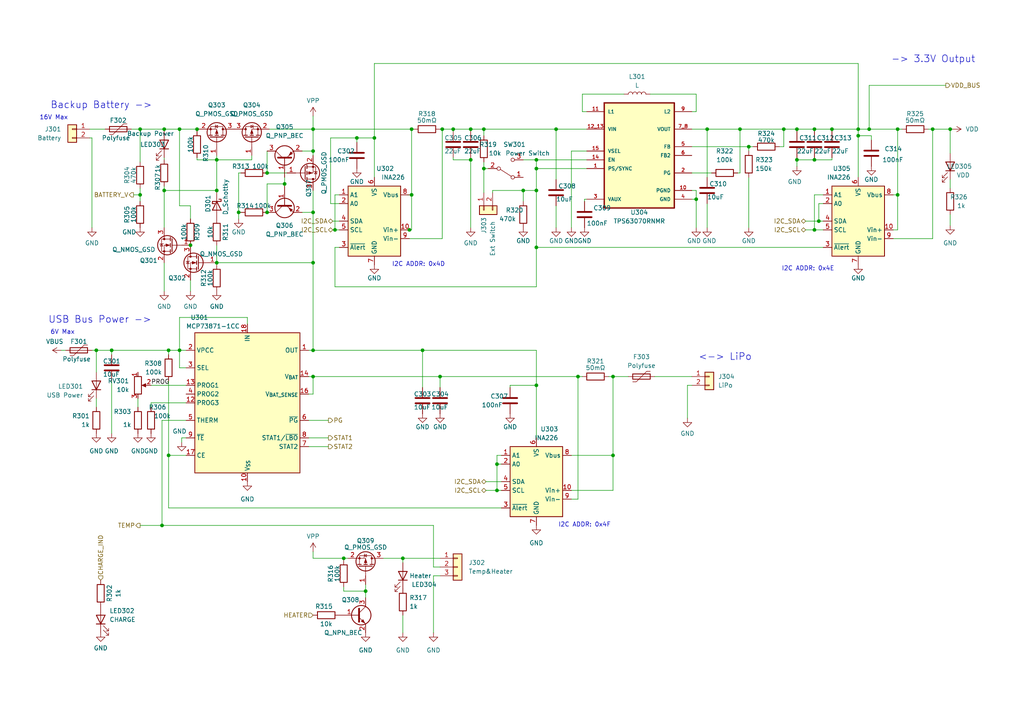
<source format=kicad_sch>
(kicad_sch (version 20231120) (generator "eeschema") (generator_version "8.0")
  (paper "A4")
  (lib_symbols
    (symbol "Battery_Management:MCP73871-1CC"
      (property "Reference" "U" (at -7.62 24.13 0))
      (property "Value" "MCP73871-1CC" (at -15.24 21.59 0))
      (symbol "MCP73871-1CC_1_1"
        (pin power_out line (at 17.78 15.24 180) (length 2.54) (name "OUT") (number "1"))
        (pin power_in line (at 0 -22.86 90) (length 2.54) (name "V_{SS}") (number "10"))
        (pin passive line (at 0 -22.86 90) (length 2.54) hide (name "V_{SS}") (number "11"))
        (pin bidirectional line (at -17.78 0 0) (length 2.54) (name "PROG3") (number "12"))
        (pin bidirectional line (at -17.78 5.08 0) (length 2.54) (name "PROG1") (number "13"))
        (pin power_out line (at 17.78 7.62 180) (length 2.54) (name "V_{BAT}") (number "14"))
        (pin passive line (at 17.78 7.62 180) (length 2.54) hide (name "V_{BAT}") (number "15"))
        (pin input line (at 17.78 2.54 180) (length 2.54) (name "V_{BAT_SENSE}") (number "16"))
        (pin input line (at -17.78 -15.24 0) (length 2.54) (name "CE") (number "17"))
        (pin power_in line (at 0 22.86 270) (length 2.54) (name "IN") (number "18"))
        (pin passive line (at 0 22.86 270) (length 2.54) hide (name "IN") (number "19"))
        (pin input line (at -17.78 15.24 0) (length 2.54) (name "VPCC") (number "2"))
        (pin passive line (at 17.78 15.24 180) (length 2.54) hide (name "OUT") (number "20"))
        (pin passive line (at 0 -22.86 90) (length 2.54) hide (name "V_{SS}") (number "21"))
        (pin input line (at -17.78 10.16 0) (length 2.54) (name "SEL") (number "3"))
        (pin input line (at -17.78 2.54 0) (length 2.54) (name "PROG2") (number "4"))
        (pin bidirectional line (at -17.78 -5.08 0) (length 2.54) (name "THERM") (number "5"))
        (pin open_collector line (at 17.78 -5.08 180) (length 2.54) (name "~{PG}") (number "6"))
        (pin open_collector line (at 17.78 -12.7 180) (length 2.54) (name "STAT2") (number "7"))
        (pin open_collector line (at 17.78 -10.16 180) (length 2.54) (name "STAT1/~{LBO}") (number "8"))
        (pin input line (at -17.78 -10.16 0) (length 2.54) (name "~{TE}") (number "9"))
      )
    )
    (symbol "Connector_Generic:Conn_01x02" (pin_names (offset 1.016) hide)
      (property "Reference" "J" (at 0 2.54 0))
      (property "Value" "Conn_01x02" (at 0 -5.08 0))
      (symbol "Conn_01x02_1_1"
        (pin passive line (at -5.08 0 0) (length 3.81) (name "Pin_1") (number "1"))
        (pin passive line (at -5.08 -2.54 0) (length 3.81) (name "Pin_2") (number "2"))
      )
    )
    (symbol "Connector_Generic:Conn_01x03" (pin_names (offset 1.016) hide)
      (property "Reference" "J" (at 0 5.08 0))
      (property "Value" "Conn_01x03" (at 0 -5.08 0))
      (symbol "Conn_01x03_1_1"
        (pin passive line (at -5.08 2.54 0) (length 3.81) (name "Pin_1") (number "1"))
        (pin passive line (at -5.08 0 0) (length 3.81) (name "Pin_2") (number "2"))
        (pin passive line (at -5.08 -2.54 0) (length 3.81) (name "Pin_3") (number "3"))
      )
    )
    (symbol "Device:C" (pin_numbers hide) (pin_names (offset 0.254))
      (property "Reference" "C" (at 0.635 2.54 0))
      (property "Value" "C" (at 0.635 -2.54 0))
      (symbol "C_1_1"
        (pin passive line (at 0 3.81 270) (length 2.794) (name "~") (number "1"))
        (pin passive line (at 0 -3.81 90) (length 2.794) (name "~") (number "2"))
      )
    )
    (symbol "Device:D_Schottky" (pin_numbers hide) (pin_names (offset 1.016) hide)
      (property "Reference" "D" (at 0 2.54 0))
      (property "Value" "D_Schottky" (at 0 -2.54 0))
      (symbol "D_Schottky_1_1"
        (pin passive line (at -3.81 0 0) (length 2.54) (name "K") (number "1"))
        (pin passive line (at 3.81 0 180) (length 2.54) (name "A") (number "2"))
      )
    )
    (symbol "Device:L" (pin_numbers hide) (pin_names (offset 1.016) hide)
      (property "Reference" "L" (at -1.27 0 90))
      (property "Value" "L" (at 1.905 0 90))
      (symbol "L_1_1"
        (pin passive line (at 0 3.81 270) (length 1.27) (name "1") (number "1"))
        (pin passive line (at 0 -3.81 90) (length 1.27) (name "2") (number "2"))
      )
    )
    (symbol "Device:LED" (pin_numbers hide) (pin_names (offset 1.016) hide)
      (property "Reference" "D" (at 0 2.54 0))
      (property "Value" "LED" (at 0 -2.54 0))
      (symbol "LED_1_1"
        (pin passive line (at -3.81 0 0) (length 2.54) (name "K") (number "1"))
        (pin passive line (at 3.81 0 180) (length 2.54) (name "A") (number "2"))
      )
    )
    (symbol "Device:Polyfuse" (pin_numbers hide) (pin_names (offset 0))
      (property "Reference" "F" (at -2.54 0 90))
      (property "Value" "Polyfuse" (at 2.54 0 90))
      (symbol "Polyfuse_1_1"
        (pin passive line (at 0 3.81 270) (length 1.27) (name "~") (number "1"))
        (pin passive line (at 0 -3.81 90) (length 1.27) (name "~") (number "2"))
      )
    )
    (symbol "Device:Q_NMOS_GSD" (pin_names (offset 0) hide)
      (property "Reference" "Q" (at 5.08 1.27 0))
      (property "Value" "Q_NMOS_GSD" (at 5.08 -1.27 0))
      (symbol "Q_NMOS_GSD_1_1"
        (pin input line (at -5.08 0 0) (length 2.54) (name "G") (number "1"))
        (pin passive line (at 2.54 -5.08 90) (length 2.54) (name "S") (number "2"))
        (pin passive line (at 2.54 5.08 270) (length 2.54) (name "D") (number "3"))
      )
    )
    (symbol "Device:Q_NPN_BEC" (pin_names (offset 0) hide)
      (property "Reference" "Q" (at 5.08 1.27 0))
      (property "Value" "Q_NPN_BEC" (at 5.08 -1.27 0))
      (symbol "Q_NPN_BEC_1_1"
        (pin input line (at -5.08 0 0) (length 5.715) (name "B") (number "1"))
        (pin passive line (at 2.54 -5.08 90) (length 2.54) (name "E") (number "2"))
        (pin passive line (at 2.54 5.08 270) (length 2.54) (name "C") (number "3"))
      )
    )
    (symbol "Device:Q_PMOS_GSD" (pin_names (offset 0) hide)
      (property "Reference" "Q" (at 5.08 1.27 0))
      (property "Value" "Q_PMOS_GSD" (at 5.08 -1.27 0))
      (symbol "Q_PMOS_GSD_1_1"
        (pin input line (at -5.08 0 0) (length 2.54) (name "G") (number "1"))
        (pin passive line (at 2.54 -5.08 90) (length 2.54) (name "S") (number "2"))
        (pin passive line (at 2.54 5.08 270) (length 2.54) (name "D") (number "3"))
      )
    )
    (symbol "Device:Q_PNP_BEC" (pin_names (offset 0) hide)
      (property "Reference" "Q" (at 5.08 1.27 0))
      (property "Value" "Q_PNP_BEC" (at 5.08 -1.27 0))
      (symbol "Q_PNP_BEC_1_1"
        (pin input line (at -5.08 0 0) (length 5.715) (name "B") (number "1"))
        (pin passive line (at 2.54 -5.08 90) (length 2.54) (name "E") (number "2"))
        (pin passive line (at 2.54 5.08 270) (length 2.54) (name "C") (number "3"))
      )
    )
    (symbol "Device:R" (pin_numbers hide) (pin_names (offset 0))
      (property "Reference" "R" (at 2.032 0 90))
      (property "Value" "R" (at 0 0 90))
      (symbol "R_1_1"
        (pin passive line (at 0 3.81 270) (length 1.27) (name "~") (number "1"))
        (pin passive line (at 0 -3.81 90) (length 1.27) (name "~") (number "2"))
      )
    )
    (symbol "Device:R_Potentiometer" (pin_names (offset 1.016) hide)
      (property "Reference" "RV" (at -4.445 0 90))
      (property "Value" "R_Potentiometer" (at -2.54 0 90))
      (symbol "R_Potentiometer_1_1"
        (pin passive line (at 0 3.81 270) (length 1.27) (name "1") (number "1"))
        (pin passive line (at 3.81 0 180) (length 1.27) (name "2") (number "2"))
        (pin passive line (at 0 -3.81 90) (length 1.27) (name "3") (number "3"))
      )
    )
    (symbol "Sensor_Energy:INA226"
      (property "Reference" "U" (at -6.35 11.43 0))
      (property "Value" "INA226" (at 3.81 11.43 0))
      (symbol "INA226_1_1"
        (pin input line (at 10.16 7.62 180) (length 2.54) (name "A1") (number "1"))
        (pin input line (at -10.16 -2.54 0) (length 2.54) (name "Vin+") (number "10"))
        (pin input line (at 10.16 5.08 180) (length 2.54) (name "A0") (number "2"))
        (pin open_collector line (at 10.16 -7.62 180) (length 2.54) (name "~{Alert}") (number "3"))
        (pin bidirectional line (at 10.16 0 180) (length 2.54) (name "SDA") (number "4"))
        (pin input line (at 10.16 -2.54 180) (length 2.54) (name "SCL") (number "5"))
        (pin power_in line (at 0 12.7 270) (length 2.54) (name "VS") (number "6"))
        (pin power_in line (at 0 -12.7 90) (length 2.54) (name "GND") (number "7"))
        (pin input line (at -10.16 7.62 0) (length 2.54) (name "Vbus") (number "8"))
        (pin input line (at -10.16 -5.08 0) (length 2.54) (name "Vin-") (number "9"))
      )
    )
    (symbol "Switch:SW_SPDT" (pin_names (offset 0) hide)
      (property "Reference" "SW" (at 0 4.318 0))
      (property "Value" "SW_SPDT" (at 0 -5.08 0))
      (symbol "SW_SPDT_1_1"
        (pin passive line (at 5.08 2.54 180) (length 2.54) (name "A") (number "1"))
        (pin passive line (at -5.08 0 0) (length 2.54) (name "B") (number "2"))
        (pin passive line (at 5.08 -2.54 180) (length 2.54) (name "C") (number "3"))
      )
    )
    (symbol "WOBCLibrary:TPS63070RNMR" (pin_names (offset 1.016))
      (property "Reference" "U" (at -12.7 29.21 0))
      (property "Value" "TPS63070RNMR" (at -12.7 -19.24 0))
      (symbol "TPS63070RNMR_0_0"
        (pin input line (at -15.24 -3.81 0) (length 5.08) (name "PS/SYNC") (number "1"))
        (pin power_in line (at 15.24 -10.16 180) (length 5.08) (name "PGND") (number "10"))
        (pin bidirectional line (at -15.24 12.7 0) (length 5.08) (name "L1") (number "11"))
        (pin input line (at -15.24 7.62 0) (length 5.08) (name "VIN") (number "12_13"))
        (pin input line (at -15.24 -1.27 0) (length 5.08) (name "EN") (number "14"))
        (pin input line (at -15.24 1.27 0) (length 5.08) (name "VSEL") (number "15"))
        (pin output line (at 15.24 -5.08 180) (length 5.08) (name "PG") (number "2"))
        (pin output line (at -15.24 -12.7 0) (length 5.08) (name "VAUX") (number "3"))
        (pin power_in line (at 15.24 -12.7 180) (length 5.08) (name "GND") (number "4"))
        (pin input line (at 15.24 2.54 180) (length 5.08) (name "FB") (number "5"))
        (pin output line (at 15.24 0 180) (length 5.08) (name "FB2") (number "6"))
        (pin output line (at 15.24 7.62 180) (length 5.08) (name "VOUT") (number "7_8"))
        (pin bidirectional line (at 15.24 12.7 180) (length 5.08) (name "L2") (number "9"))
      )
    )
    (symbol "power:GND" (power) (pin_names (offset 0))
      (property "Value" "GND" (at 0 -3.81 0))
      (symbol "GND_1_1"
        (pin power_in line (at 0 0 270) (length 0) hide (name "GND") (number "1"))
      )
    )
    (symbol "power:VBUS" (power) (pin_names (offset 0))
      (property "Value" "VBUS" (at 0 3.81 0))
      (symbol "VBUS_1_1"
        (pin power_in line (at 0 0 90) (length 0) hide (name "VBUS") (number "1"))
      )
    )
    (symbol "power:VDD" (power) (pin_names (offset 0))
      (property "Value" "VDD" (at 0 3.81 0))
      (symbol "VDD_1_1"
        (pin power_in line (at 0 0 90) (length 0) hide (name "VDD") (number "1"))
      )
    )
    (symbol "power:VPP" (power) (pin_names (offset 0))
      (property "Value" "VPP" (at 0 3.81 0))
      (symbol "VPP_1_1"
        (pin power_in line (at 0 0 90) (length 0) hide (name "VPP") (number "1"))
      )
    )
  )
  (junction (at 62.865 46.355))
  (junction (at 90.805 61.595))
  (junction (at 214.63 37.465))
  (junction (at 155.575 111.76))
  (junction (at 248.92 37.465))
  (junction (at 231.14 46.355))
  (junction (at 155.575 48.895))
  (junction (at 47.625 37.465))
  (junction (at 108.585 40.005))
  (junction (at 69.215 61.595))
  (junction (at 57.15 37.465))
  (junction (at 155.575 71.755))
  (junction (at 237.49 64.135))
  (junction (at 227.33 37.465))
  (junction (at 201.93 57.785))
  (junction (at 217.17 42.545))
  (junction (at 131.445 37.465))
  (junction (at 236.22 46.355))
  (junction (at 128.27 37.465))
  (junction (at 32.385 101.6))
  (junction (at 77.47 61.595))
  (junction (at 236.22 66.675))
  (junction (at 77.47 50.165))
  (junction (at 27.94 101.6))
  (junction (at 161.29 37.465))
  (junction (at 252.095 37.465))
  (junction (at 151.765 55.245))
  (junction (at 144.145 142.24))
  (junction (at 90.805 109.22))
  (junction (at 99.695 161.925))
  (junction (at 231.14 37.465))
  (junction (at 55.245 71.12))
  (junction (at 167.64 109.22))
  (junction (at 90.805 43.815))
  (junction (at 260.35 56.515))
  (junction (at 236.22 37.465))
  (junction (at 127.635 109.22))
  (junction (at 260.35 37.465))
  (junction (at 90.805 76.2))
  (junction (at 97.155 66.675))
  (junction (at 90.805 37.465))
  (junction (at 106.045 171.45))
  (junction (at 140.335 37.465))
  (junction (at 62.865 76.2))
  (junction (at 119.38 56.515))
  (junction (at 140.335 48.895))
  (junction (at 122.555 101.6))
  (junction (at 52.07 37.465))
  (junction (at 144.145 134.62))
  (junction (at 270.51 37.465))
  (junction (at 90.805 101.6))
  (junction (at 103.505 40.005))
  (junction (at 116.84 161.925))
  (junction (at 52.07 101.6))
  (junction (at 118.745 66.675))
  (junction (at 48.895 132.08))
  (junction (at 177.8 132.08))
  (junction (at 46.99 152.4))
  (junction (at 275.59 37.465))
  (junction (at 47.625 55.245))
  (junction (at 241.3 37.465))
  (junction (at 136.525 37.465))
  (junction (at 119.38 37.465))
  (junction (at 205.105 37.465))
  (junction (at 155.575 46.355))
  (junction (at 40.64 56.515))
  (junction (at 136.525 46.355))
  (junction (at 155.575 55.245))
  (junction (at 48.895 101.6))
  (junction (at 82.55 53.34))
  (junction (at 248.92 39.37))
  (junction (at 62.865 55.245))
  (junction (at 177.8 109.22))
  (junction (at 40.64 37.465))
  (wire (pts (xy 142.875 55.245) (xy 151.765 55.245)))
  (wire (pts (xy 199.39 111.76) (xy 200.66 111.76)))
  (wire (pts (xy 217.17 42.545) (xy 218.44 42.545)))
  (wire (pts (xy 90.805 37.465) (xy 90.805 43.815)))
  (wire (pts (xy 98.425 71.755) (xy 97.155 71.755)))
  (wire (pts (xy 40.64 54.61) (xy 40.64 56.515)))
  (wire (pts (xy 57.15 45.72) (xy 57.15 46.355)))
  (wire (pts (xy 259.08 56.515) (xy 260.35 56.515)))
  (wire (pts (xy 89.535 127) (xy 95.25 127)))
  (wire (pts (xy 270.51 37.465) (xy 275.59 37.465)))
  (wire (pts (xy 40.64 56.515) (xy 40.64 58.42)))
  (wire (pts (xy 199.39 121.285) (xy 199.39 111.76)))
  (wire (pts (xy 161.29 37.465) (xy 170.18 37.465)))
  (wire (pts (xy 236.22 45.72) (xy 236.22 46.355)))
  (wire (pts (xy 236.22 37.465) (xy 241.3 37.465)))
  (wire (pts (xy 144.145 134.62) (xy 144.145 132.08)))
  (wire (pts (xy 189.865 109.22) (xy 200.66 109.22)))
  (wire (pts (xy 217.17 43.815) (xy 217.17 42.545)))
  (wire (pts (xy 206.375 50.165) (xy 200.66 50.165)))
  (wire (pts (xy 168.91 32.385) (xy 170.18 32.385)))
  (wire (pts (xy 140.335 37.465) (xy 161.29 37.465)))
  (wire (pts (xy 248.92 39.37) (xy 248.92 51.435)))
  (wire (pts (xy 201.93 27.305) (xy 201.93 32.385)))
  (wire (pts (xy 38.1 37.465) (xy 40.64 37.465)))
  (wire (pts (xy 69.215 50.165) (xy 69.85 50.165)))
  (wire (pts (xy 95.885 59.055) (xy 95.885 40.005)))
  (wire (pts (xy 43.815 118.11) (xy 43.815 116.84)))
  (wire (pts (xy 155.575 48.895) (xy 155.575 55.245)))
  (wire (pts (xy 155.575 101.6) (xy 155.575 111.76)))
  (wire (pts (xy 17.78 101.6) (xy 19.05 101.6)))
  (wire (pts (xy 48.895 132.08) (xy 48.895 147.32)))
  (wire (pts (xy 26.035 40.005) (xy 26.67 40.005)))
  (wire (pts (xy 62.865 46.355) (xy 62.865 55.245)))
  (wire (pts (xy 176.53 109.22) (xy 177.8 109.22)))
  (wire (pts (xy 122.555 101.6) (xy 155.575 101.6)))
  (wire (pts (xy 252.73 39.37) (xy 248.92 39.37)))
  (wire (pts (xy 98.425 56.515) (xy 97.155 56.515)))
  (wire (pts (xy 82.55 53.34) (xy 77.47 53.34)))
  (wire (pts (xy 136.525 45.72) (xy 136.525 46.355)))
  (wire (pts (xy 77.47 50.165) (xy 83.185 50.165)))
  (wire (pts (xy 201.93 57.785) (xy 200.66 57.785)))
  (wire (pts (xy 62.865 46.355) (xy 62.865 45.085)))
  (wire (pts (xy 62.865 76.835) (xy 62.865 76.2)))
  (wire (pts (xy 236.22 46.355) (xy 231.14 46.355)))
  (wire (pts (xy 48.895 101.6) (xy 48.895 102.87)))
  (wire (pts (xy 147.955 112.395) (xy 147.955 111.76)))
  (wire (pts (xy 131.445 45.72) (xy 131.445 46.355)))
  (wire (pts (xy 252.095 37.465) (xy 260.35 37.465)))
  (wire (pts (xy 55.245 84.455) (xy 55.245 81.28)))
  (wire (pts (xy 260.35 37.465) (xy 261.62 37.465)))
  (wire (pts (xy 236.22 66.675) (xy 238.76 66.675)))
  (wire (pts (xy 142.875 55.88) (xy 142.875 55.245)))
  (wire (pts (xy 108.585 18.415) (xy 108.585 40.005)))
  (wire (pts (xy 260.35 56.515) (xy 260.35 37.465)))
  (wire (pts (xy 155.575 71.755) (xy 238.76 71.755)))
  (wire (pts (xy 90.805 114.3) (xy 90.805 109.22)))
  (wire (pts (xy 177.8 132.08) (xy 177.8 109.22)))
  (wire (pts (xy 90.805 101.6) (xy 122.555 101.6)))
  (wire (pts (xy 53.975 121.92) (xy 46.99 121.92)))
  (wire (pts (xy 77.47 43.815) (xy 77.47 50.165)))
  (wire (pts (xy 90.805 37.465) (xy 119.38 37.465)))
  (wire (pts (xy 32.385 110.49) (xy 32.385 125.73)))
  (wire (pts (xy 98.425 59.055) (xy 95.885 59.055)))
  (wire (pts (xy 62.865 46.355) (xy 73.025 46.355)))
  (wire (pts (xy 241.3 46.355) (xy 236.22 46.355)))
  (wire (pts (xy 90.805 61.595) (xy 90.805 76.2)))
  (wire (pts (xy 217.17 51.435) (xy 217.17 66.04)))
  (wire (pts (xy 47.625 84.455) (xy 47.625 76.2)))
  (wire (pts (xy 275.59 65.405) (xy 275.59 62.23)))
  (wire (pts (xy 140.97 139.7) (xy 145.415 139.7)))
  (wire (pts (xy 131.445 37.465) (xy 131.445 38.1)))
  (wire (pts (xy 97.155 71.755) (xy 97.155 83.185)))
  (wire (pts (xy 136.525 37.465) (xy 140.335 37.465)))
  (wire (pts (xy 200.66 37.465) (xy 205.105 37.465)))
  (wire (pts (xy 106.045 171.45) (xy 106.045 169.545)))
  (wire (pts (xy 90.805 109.22) (xy 127.635 109.22)))
  (wire (pts (xy 165.735 144.78) (xy 167.64 144.78)))
  (wire (pts (xy 97.155 56.515) (xy 97.155 66.675)))
  (wire (pts (xy 140.335 37.465) (xy 140.335 39.37)))
  (wire (pts (xy 127.635 109.22) (xy 127.635 112.395)))
  (wire (pts (xy 205.105 66.04) (xy 205.105 59.055)))
  (wire (pts (xy 252.73 40.64) (xy 252.73 39.37)))
  (wire (pts (xy 236.22 56.515) (xy 236.22 66.675)))
  (wire (pts (xy 233.68 66.675) (xy 236.22 66.675)))
  (wire (pts (xy 227.33 37.465) (xy 231.14 37.465)))
  (wire (pts (xy 136.525 46.355) (xy 136.525 66.04)))
  (wire (pts (xy 127.635 37.465) (xy 128.27 37.465)))
  (wire (pts (xy 27.94 118.11) (xy 27.94 115.57)))
  (wire (pts (xy 69.215 61.595) (xy 69.215 50.165)))
  (wire (pts (xy 169.545 58.42) (xy 169.545 57.785)))
  (wire (pts (xy 82.55 51.435) (xy 82.55 53.34)))
  (wire (pts (xy 167.64 109.22) (xy 168.91 109.22)))
  (wire (pts (xy 116.84 161.925) (xy 127.635 161.925)))
  (wire (pts (xy 103.505 41.275) (xy 103.505 40.005)))
  (wire (pts (xy 144.145 134.62) (xy 144.145 142.24)))
  (wire (pts (xy 90.805 43.815) (xy 90.805 45.085)))
  (wire (pts (xy 131.445 37.465) (xy 136.525 37.465)))
  (wire (pts (xy 140.97 142.24) (xy 144.145 142.24)))
  (wire (pts (xy 26.67 101.6) (xy 27.94 101.6)))
  (wire (pts (xy 241.3 37.465) (xy 241.3 38.1)))
  (wire (pts (xy 118.11 66.675) (xy 118.745 66.675)))
  (wire (pts (xy 47.625 53.975) (xy 47.625 55.245)))
  (wire (pts (xy 248.92 37.465) (xy 248.92 39.37)))
  (wire (pts (xy 168.91 27.305) (xy 168.91 32.385)))
  (wire (pts (xy 145.415 134.62) (xy 144.145 134.62)))
  (wire (pts (xy 140.335 48.895) (xy 140.335 55.88)))
  (wire (pts (xy 275.59 37.465) (xy 276.225 37.465)))
  (wire (pts (xy 155.575 46.355) (xy 170.18 46.355)))
  (wire (pts (xy 99.695 170.18) (xy 99.695 171.45)))
  (wire (pts (xy 201.93 32.385) (xy 200.66 32.385)))
  (wire (pts (xy 96.52 64.135) (xy 98.425 64.135)))
  (wire (pts (xy 241.3 45.72) (xy 241.3 46.355)))
  (wire (pts (xy 82.55 53.34) (xy 82.55 53.975)))
  (wire (pts (xy 248.92 37.465) (xy 252.095 37.465)))
  (wire (pts (xy 167.64 109.22) (xy 167.64 144.78)))
  (wire (pts (xy 136.525 37.465) (xy 136.525 38.1)))
  (wire (pts (xy 71.755 92.075) (xy 71.755 93.98)))
  (wire (pts (xy 274.32 24.765) (xy 252.095 24.765)))
  (wire (pts (xy 46.99 152.4) (xy 125.73 152.4)))
  (wire (pts (xy 52.07 101.6) (xy 53.975 101.6)))
  (wire (pts (xy 40.64 37.465) (xy 47.625 37.465)))
  (wire (pts (xy 62.865 71.12) (xy 62.865 76.2)))
  (wire (pts (xy 32.385 101.6) (xy 32.385 102.87)))
  (wire (pts (xy 214.63 37.465) (xy 227.33 37.465)))
  (wire (pts (xy 170.18 43.815) (xy 165.735 43.815)))
  (wire (pts (xy 57.15 37.465) (xy 57.785 37.465)))
  (wire (pts (xy 116.84 183.515) (xy 116.84 178.435)))
  (wire (pts (xy 52.07 106.68) (xy 52.07 101.6)))
  (wire (pts (xy 73.025 46.355) (xy 73.025 45.085)))
  (wire (pts (xy 259.08 66.675) (xy 260.35 66.675)))
  (wire (pts (xy 165.735 132.08) (xy 177.8 132.08)))
  (wire (pts (xy 52.705 128.27) (xy 52.705 127)))
  (wire (pts (xy 95.25 129.54) (xy 89.535 129.54)))
  (wire (pts (xy 87.63 43.815) (xy 90.805 43.815)))
  (wire (pts (xy 231.14 46.355) (xy 231.14 45.72)))
  (wire (pts (xy 237.49 59.055) (xy 237.49 64.135)))
  (wire (pts (xy 108.585 40.005) (xy 108.585 51.435)))
  (wire (pts (xy 127.635 164.465) (xy 125.73 164.465)))
  (wire (pts (xy 177.8 109.22) (xy 182.245 109.22)))
  (wire (pts (xy 90.805 76.2) (xy 90.805 101.6)))
  (wire (pts (xy 260.35 66.675) (xy 260.35 56.515)))
  (wire (pts (xy 47.625 37.465) (xy 47.625 38.1)))
  (wire (pts (xy 155.575 111.76) (xy 155.575 127)))
  (wire (pts (xy 52.07 59.69) (xy 52.07 37.465)))
  (wire (pts (xy 95.885 40.005) (xy 103.505 40.005)))
  (wire (pts (xy 155.575 55.245) (xy 155.575 71.755)))
  (wire (pts (xy 140.335 46.99) (xy 140.335 48.895)))
  (wire (pts (xy 213.995 50.165) (xy 214.63 50.165)))
  (wire (pts (xy 201.93 57.785) (xy 201.93 66.04)))
  (wire (pts (xy 248.92 18.415) (xy 248.92 37.465)))
  (wire (pts (xy 90.805 160.02) (xy 90.805 161.925)))
  (wire (pts (xy 118.745 66.675) (xy 119.38 66.675)))
  (wire (pts (xy 200.66 42.545) (xy 217.17 42.545)))
  (wire (pts (xy 119.38 66.675) (xy 119.38 56.515)))
  (wire (pts (xy 90.805 55.245) (xy 90.805 61.595)))
  (wire (pts (xy 125.73 167.005) (xy 127.635 167.005)))
  (wire (pts (xy 226.06 42.545) (xy 227.33 42.545)))
  (wire (pts (xy 147.955 111.76) (xy 155.575 111.76)))
  (wire (pts (xy 151.765 46.355) (xy 155.575 46.355)))
  (wire (pts (xy 57.15 37.465) (xy 57.15 38.1)))
  (wire (pts (xy 128.27 37.465) (xy 131.445 37.465)))
  (wire (pts (xy 237.49 64.135) (xy 238.76 64.135)))
  (wire (pts (xy 238.76 59.055) (xy 237.49 59.055)))
  (wire (pts (xy 106.045 171.45) (xy 106.045 173.355)))
  (wire (pts (xy 89.535 114.3) (xy 90.805 114.3)))
  (wire (pts (xy 170.18 48.895) (xy 155.575 48.895)))
  (wire (pts (xy 47.625 37.465) (xy 52.07 37.465)))
  (wire (pts (xy 53.975 106.68) (xy 52.07 106.68)))
  (wire (pts (xy 205.105 37.465) (xy 214.63 37.465)))
  (wire (pts (xy 62.865 55.245) (xy 62.865 55.88)))
  (wire (pts (xy 26.67 40.005) (xy 26.67 66.04)))
  (wire (pts (xy 144.145 142.24) (xy 145.415 142.24)))
  (wire (pts (xy 52.07 37.465) (xy 57.15 37.465)))
  (wire (pts (xy 99.695 161.925) (xy 100.965 161.925)))
  (wire (pts (xy 205.105 37.465) (xy 205.105 51.435)))
  (wire (pts (xy 87.63 61.595) (xy 90.805 61.595)))
  (wire (pts (xy 201.93 55.245) (xy 201.93 57.785)))
  (wire (pts (xy 161.29 52.07) (xy 161.29 37.465)))
  (wire (pts (xy 90.805 33.655) (xy 90.805 37.465)))
  (wire (pts (xy 99.695 171.45) (xy 106.045 171.45)))
  (wire (pts (xy 97.155 83.185) (xy 155.575 83.185)))
  (wire (pts (xy 90.805 161.925) (xy 99.695 161.925)))
  (wire (pts (xy 69.215 61.595) (xy 69.85 61.595)))
  (wire (pts (xy 155.575 46.355) (xy 155.575 48.895)))
  (wire (pts (xy 69.215 63.5) (xy 69.215 61.595)))
  (wire (pts (xy 122.555 101.6) (xy 122.555 112.395)))
  (wire (pts (xy 227.33 42.545) (xy 227.33 37.465)))
  (wire (pts (xy 214.63 50.165) (xy 214.63 37.465)))
  (wire (pts (xy 55.245 59.69) (xy 52.07 59.69)))
  (wire (pts (xy 46.99 121.92) (xy 46.99 152.4)))
  (wire (pts (xy 118.745 69.215) (xy 128.27 69.215)))
  (wire (pts (xy 161.29 59.69) (xy 161.29 66.04)))
  (wire (pts (xy 269.24 37.465) (xy 270.51 37.465)))
  (wire (pts (xy 78.105 37.465) (xy 90.805 37.465)))
  (wire (pts (xy 155.575 83.185) (xy 155.575 71.755)))
  (wire (pts (xy 236.22 56.515) (xy 238.76 56.515)))
  (wire (pts (xy 144.145 132.08) (xy 145.415 132.08)))
  (wire (pts (xy 125.73 164.465) (xy 125.73 152.4)))
  (wire (pts (xy 165.735 43.815) (xy 165.735 66.04)))
  (wire (pts (xy 270.51 69.215) (xy 270.51 37.465)))
  (wire (pts (xy 165.735 142.24) (xy 177.8 142.24)))
  (wire (pts (xy 43.815 111.76) (xy 53.975 111.76)))
  (wire (pts (xy 52.07 92.075) (xy 52.07 101.6)))
  (wire (pts (xy 47.625 55.245) (xy 47.625 66.04)))
  (wire (pts (xy 259.08 69.215) (xy 270.51 69.215)))
  (wire (pts (xy 43.815 116.84) (xy 53.975 116.84)))
  (wire (pts (xy 169.545 57.785) (xy 170.18 57.785)))
  (wire (pts (xy 151.765 55.245) (xy 151.765 58.42)))
  (wire (pts (xy 200.66 55.245) (xy 201.93 55.245)))
  (wire (pts (xy 131.445 46.355) (xy 136.525 46.355)))
  (wire (pts (xy 89.535 121.92) (xy 95.25 121.92)))
  (wire (pts (xy 127.635 109.22) (xy 167.64 109.22)))
  (wire (pts (xy 77.47 53.34) (xy 77.47 61.595)))
  (wire (pts (xy 241.3 37.465) (xy 248.92 37.465)))
  (wire (pts (xy 103.505 40.005) (xy 108.585 40.005)))
  (wire (pts (xy 26.035 37.465) (xy 30.48 37.465)))
  (wire (pts (xy 32.385 101.6) (xy 48.895 101.6)))
  (wire (pts (xy 111.125 161.925) (xy 116.84 161.925)))
  (wire (pts (xy 118.11 56.515) (xy 119.38 56.515)))
  (wire (pts (xy 48.895 110.49) (xy 48.895 132.08)))
  (wire (pts (xy 233.68 64.135) (xy 237.49 64.135)))
  (wire (pts (xy 40.64 152.4) (xy 46.99 152.4)))
  (wire (pts (xy 119.38 37.465) (xy 119.38 56.515)))
  (wire (pts (xy 99.695 161.925) (xy 99.695 162.56)))
  (wire (pts (xy 71.755 92.075) (xy 52.07 92.075)))
  (wire (pts (xy 89.535 101.6) (xy 90.805 101.6)))
  (wire (pts (xy 151.765 55.245) (xy 155.575 55.245)))
  (wire (pts (xy 96.52 66.675) (xy 97.155 66.675)))
  (wire (pts (xy 116.84 163.195) (xy 116.84 161.925)))
  (wire (pts (xy 231.14 37.465) (xy 231.14 38.1)))
  (wire (pts (xy 48.895 147.32) (xy 145.415 147.32)))
  (wire (pts (xy 27.94 101.6) (xy 32.385 101.6)))
  (wire (pts (xy 47.625 45.72) (xy 47.625 46.355)))
  (wire (pts (xy 97.155 66.675) (xy 98.425 66.675)))
  (wire (pts (xy 40.005 118.11) (xy 40.005 115.57)))
  (wire (pts (xy 275.59 54.61) (xy 275.59 52.07)))
  (wire (pts (xy 248.92 18.415) (xy 108.585 18.415)))
  (wire (pts (xy 275.59 37.465) (xy 275.59 44.45)))
  (wire (pts (xy 57.15 46.355) (xy 62.865 46.355)))
  (wire (pts (xy 180.975 27.305) (xy 168.91 27.305)))
  (wire (pts (xy 119.38 37.465) (xy 120.015 37.465)))
  (wire (pts (xy 252.095 24.765) (xy 252.095 37.465)))
  (wire (pts (xy 62.865 76.2) (xy 90.805 76.2)))
  (wire (pts (xy 89.535 109.22) (xy 90.805 109.22)))
  (wire (pts (xy 125.73 183.515) (xy 125.73 167.005)))
  (wire (pts (xy 128.27 69.215) (xy 128.27 37.465)))
  (wire (pts (xy 40.64 37.465) (xy 40.64 46.99)))
  (wire (pts (xy 231.14 46.355) (xy 231.14 48.26)))
  (wire (pts (xy 27.94 101.6) (xy 27.94 107.95)))
  (wire (pts (xy 140.335 48.895) (xy 141.605 48.895)))
  (wire (pts (xy 236.22 37.465) (xy 236.22 38.1)))
  (wire (pts (xy 188.595 27.305) (xy 201.93 27.305)))
  (wire (pts (xy 53.975 132.08) (xy 48.895 132.08)))
  (wire (pts (xy 47.625 55.245) (xy 62.865 55.245)))
  (wire (pts (xy 231.14 37.465) (xy 236.22 37.465)))
  (wire (pts (xy 177.8 142.24) (xy 177.8 132.08)))
  (wire (pts (xy 55.245 59.69) (xy 55.245 63.5)))
  (wire (pts (xy 38.735 56.515) (xy 40.64 56.515)))
  (wire (pts (xy 52.705 127) (xy 53.975 127)))
  (wire (pts (xy 48.895 101.6) (xy 52.07 101.6)))
  (text "6V Max" (at 14.605 97.155 0) (effects (font (size 1.27 1.27)) (justify left bottom)))
  (text "USB Bus Power ->" (at 13.97 93.98 0) (effects (font (size 2 2)) (justify left bottom)))
  (text "<-> LiPo" (at 202.565 104.775 0) (effects (font (size 2 2)) (justify left bottom)))
  (text "I2C ADDR: 0x4D" (at 113.665 77.47 0) (effects (font (size 1.27 1.27)) (justify left bottom)))
  (text "I2C ADDR: 0x4F" (at 161.925 153.035 0) (effects (font (size 1.27 1.27)) (justify left bottom)))
  (text "-> 3.3V Output" (at 258.445 18.415 0) (effects (font (size 2 2)) (justify left bottom)))
  (text "16V Max" (at 11.43 34.925 0) (effects (font (size 1.27 1.27)) (justify left bottom)))
  (text "I2C ADDR: 0x4E" (at 226.695 78.74 0) (effects (font (size 1.27 1.27)) (justify left bottom)))
  (text "Backup Battery ->" (at 14.605 31.75 0) (effects (font (size 2 2)) (justify left bottom)))
  (label "PROG" (at 43.815 111.76 0))
  (hierarchical_label "STAT1" (shape output) (at 95.25 127 0))
  (hierarchical_label "I2C_SCL" (shape bidirectional) (at 233.68 66.675 180))
  (hierarchical_label "STAT2" (shape output) (at 95.25 129.54 0))
  (hierarchical_label "HEATER" (shape input) (at 90.805 178.435 180))
  (hierarchical_label "TEMP" (shape output) (at 40.64 152.4 180))
  (hierarchical_label "I2C_SCL" (shape bidirectional) (at 140.97 142.24 180))
  (hierarchical_label "BATTERY_V" (shape output) (at 38.735 56.515 180))
  (hierarchical_label "PG" (shape output) (at 95.25 121.92 0))
  (hierarchical_label "VDD_BUS" (shape output) (at 274.32 24.765 0))
  (hierarchical_label "CHARGE_IND" (shape input) (at 29.21 168.275 90))
  (hierarchical_label "I2C_SDA" (shape bidirectional) (at 140.97 139.7 180))
  (hierarchical_label "I2C_SDA" (shape bidirectional) (at 96.52 64.135 180))
  (hierarchical_label "I2C_SDA" (shape bidirectional) (at 233.68 64.135 180))
  (hierarchical_label "I2C_SCL" (shape bidirectional) (at 96.52 66.675 180))
  (symbol (lib_id "Device:LED") (at 47.625 41.91 270) (mirror x) (unit 1)
    (property "Reference" "LED303" (at 40.64 41.91 90) (effects (justify left)))
    (property "Value" "Backup Power" (at 36.83 38.735 90) (effects (justify left)))
    (property "Footprint" "LED_SMD:LED_0603_1608Metric" (effects (hide yes)))
    (property "LCSC" "C2297" (effects (hide yes)))
  )
  (symbol (lib_id "power:GND") (at 71.755 139.7 0) (unit 1)
    (property "Reference" "#PWR0314" (effects (hide yes)))
    (property "Value" "GND" (at 71.755 144.78 0))
  )
  (symbol (lib_id "power:GND") (at 252.73 48.26 0) (unit 1)
    (property "Reference" "#PWR0337" (effects (hide yes)))
    (property "Value" "GND" (at 252.73 52.07 0))
  )
  (symbol (lib_id "power:GND") (at 122.555 120.015 0) (unit 1)
    (property "Reference" "#PWR0321" (effects (hide yes)))
    (property "Value" "GND" (at 122.555 123.825 0))
  )
  (symbol (lib_id "Device:R") (at 62.865 80.645 0) (unit 1)
    (property "Reference" "R312" (at 59.055 80.645 90))
    (property "Value" "100k" (at 60.96 80.645 90))
    (property "Footprint" "Resistor_SMD:R_0402_1005Metric" (effects (hide yes)))
    (property "LCSC" "C25530" (effects (hide yes)))
  )
  (symbol (lib_id "Device:C") (at 32.385 106.68 0) (unit 1)
    (property "Reference" "C301" (at 29.845 104.775 0) (effects (justify left)))
    (property "Value" "10uF" (at 29.845 108.585 0) (effects (justify left)))
    (property "Footprint" "Capacitor_SMD:C_0603_1608Metric" (effects (hide yes)))
    (property "LCSC" "C96446" (effects (hide yes)))
  )
  (symbol (lib_id "Device:C") (at 236.22 41.91 0) (unit 1)
    (property "Reference" "C312" (at 236.855 40.005 0) (effects (justify left)))
    (property "Value" "22uF" (at 236.22 43.815 0) (effects (justify left)))
    (property "Footprint" "Capacitor_SMD:C_0805_2012Metric" (effects (hide yes)))
    (property "LCSC" "C45783" (effects (hide yes)))
  )
  (symbol (lib_id "Device:Polyfuse") (at 34.29 37.465 90) (unit 1)
    (property "Reference" "F302" (at 34.29 34.925 90))
    (property "Value" "Polyfuse" (at 33.655 40.005 90))
    (property "Footprint" "Fuse:Fuse_1206_3216Metric" (effects (hide yes)))
    (property "LCSC" " C883133" (effects (hide yes)))
  )
  (symbol (lib_id "Device:LED") (at 275.59 48.26 270) (mirror x) (unit 1)
    (property "Reference" "LED305" (at 281.94 48.26 90) (effects (justify right)))
    (property "Value" "VDD" (at 281.305 50.8 90) (effects (justify right)))
    (property "Footprint" "LED_SMD:LED_0603_1608Metric" (effects (hide yes)))
    (property "LCSC" "C2297" (effects (hide yes)))
  )
  (symbol (lib_id "Device:C") (at 136.525 41.91 0) (unit 1)
    (property "Reference" "C306" (at 134.62 40.005 0) (effects (justify left)))
    (property "Value" "22uF" (at 134.62 43.815 0) (effects (justify left)))
    (property "Footprint" "Capacitor_SMD:C_0805_2012Metric" (effects (hide yes)))
    (property "LCSC" "C45783" (effects (hide yes)))
  )
  (symbol (lib_id "Sensor_Energy:INA226") (at 108.585 64.135 0) (mirror y) (unit 1)
    (property "Reference" "U302" (at 114.3 48.895 0) (effects (justify left)))
    (property "Value" "INA226" (at 117.475 51.435 0) (effects (justify left)))
    (property "Footprint" "Package_SO:VSSOP-10_3x3mm_P0.5mm" (effects (hide yes)))
    (property "Datasheet" "http://www.ti.com/lit/ds/symlink/ina226.pdf" (effects (hide yes)))
    (property "LCSC" "C49851" (effects (hide yes)))
  )
  (symbol (lib_id "Device:R") (at 40.64 50.8 0) (unit 1)
    (property "Reference" "R304" (at 36.83 50.8 90))
    (property "Value" "470k" (at 38.735 50.8 90))
    (property "Footprint" "Resistor_SMD:R_0402_1005Metric" (effects (hide yes)))
    (property "LCSC" "C25790" (effects (hide yes)))
  )
  (symbol (lib_id "Device:R") (at 27.94 121.92 0) (mirror y) (unit 1)
    (property "Reference" "R301" (at 26.035 120.65 0) (effects (justify left)))
    (property "Value" "1k" (at 26.035 123.19 0) (effects (justify left)))
    (property "Footprint" "Resistor_SMD:R_0402_1005Metric" (effects (hide yes)))
    (property "LCSC" "C11702" (effects (hide yes)))
  )
  (symbol (lib_id "power:GND") (at 26.67 66.04 0) (unit 1)
    (property "Reference" "#PWR0302" (effects (hide yes)))
    (property "Value" "GND" (at 26.67 70.485 0))
  )
  (symbol (lib_id "Device:C") (at 231.14 41.91 0) (unit 1)
    (property "Reference" "C311" (at 231.775 40.005 0) (effects (justify left)))
    (property "Value" "22uF" (at 231.14 43.815 0) (effects (justify left)))
    (property "Footprint" "Capacitor_SMD:C_0805_2012Metric" (effects (hide yes)))
    (property "LCSC" "C45783" (effects (hide yes)))
  )
  (symbol (lib_id "Device:LED") (at 116.84 167.005 270) (mirror x) (unit 1)
    (property "Reference" "LED304" (at 119.38 169.545 90) (effects (justify left)))
    (property "Value" "Heater" (at 118.745 167.005 90) (effects (justify left)))
    (property "Footprint" "LED_SMD:LED_0603_1608Metric" (effects (hide yes)))
    (property "LCSC" "C2296" (effects (hide yes)))
  )
  (symbol (lib_id "Device:L") (at 184.785 27.305 90) (unit 1)
    (property "Reference" "L301" (at 184.785 22.225 90))
    (property "Value" "L" (at 184.785 24.765 90))
    (property "Footprint" "Inductor_SMD:L_Wuerth_WE-TPC-3816" (effects (hide yes)))
    (property "LCSC" " C3033018" (effects (hide yes)))
  )
  (symbol (lib_id "Device:R") (at 73.66 50.165 270) (unit 1)
    (property "Reference" "R313" (at 69.85 48.26 90))
    (property "Value" "100k" (at 75.565 48.26 90))
    (property "Footprint" "Resistor_SMD:R_0402_1005Metric" (effects (hide yes)))
    (property "LCSC" "C25530" (effects (hide yes)))
  )
  (symbol (lib_id "Connector_Generic:Conn_01x02") (at 205.74 109.22 0) (unit 1)
    (property "Reference" "J304" (at 208.28 109.22 0) (effects (justify left)))
    (property "Value" "LiPo" (at 208.28 111.76 0) (effects (justify left)))
    (property "Footprint" "Connector_JST:JST_PH_B2B-PH-K_1x02_P2.00mm_Vertical" (effects (hide yes)))
  )
  (symbol (lib_id "Device:R") (at 94.615 178.435 270) (unit 1)
    (property "Reference" "R315" (at 93.98 175.895 90))
    (property "Value" "10k" (at 94.615 180.975 90))
    (property "Footprint" "Resistor_SMD:R_0402_1005Metric" (effects (hide yes)))
    (property "LCSC" "C25744" (effects (hide yes)))
  )
  (symbol (lib_id "power:GND") (at 201.93 66.04 0) (unit 1)
    (property "Reference" "#PWR0332" (effects (hide yes)))
    (property "Value" "GND" (at 201.295 69.85 0))
  )
  (symbol (lib_id "power:GND") (at 47.625 84.455 0) (unit 1)
    (property "Reference" "#PWR0309" (effects (hide yes)))
    (property "Value" "GND" (at 47.625 88.9 0))
  )
  (symbol (lib_id "power:GND") (at 155.575 152.4 0) (unit 1)
    (property "Reference" "#PWR0327" (effects (hide yes)))
    (property "Value" "GND" (at 155.575 157.48 0))
  )
  (symbol (lib_id "Device:D_Schottky") (at 62.865 59.69 270) (unit 1)
    (property "Reference" "D301" (at 60.325 59.055 0))
    (property "Value" "D_Schottky" (at 65.405 57.15 0))
    (property "Footprint" "Diode_SMD:D_SOD-323" (effects (hide yes)))
    (property "LCSC" " C191023" (effects (hide yes)))
  )
  (symbol (lib_id "Device:R") (at 57.15 41.91 0) (unit 1)
    (property "Reference" "R310" (at 59.69 44.45 90))
    (property "Value" "100k" (at 55.245 41.91 90))
    (property "Footprint" "Resistor_SMD:R_0402_1005Metric" (effects (hide yes)))
    (property "LCSC" "C25530" (effects (hide yes)))
  )
  (symbol (lib_id "power:GND") (at 199.39 121.285 0) (unit 1)
    (property "Reference" "#PWR0331" (effects (hide yes)))
    (property "Value" "GND" (at 199.39 125.73 0))
  )
  (symbol (lib_id "Device:C") (at 205.105 55.245 0) (unit 1)
    (property "Reference" "C310" (at 205.74 53.34 0) (effects (justify left)))
    (property "Value" "10uF" (at 205.105 57.15 0) (effects (justify left)))
    (property "Footprint" "Capacitor_SMD:C_0603_1608Metric" (effects (hide yes)))
    (property "LCSC" "C96446" (effects (hide yes)))
  )
  (symbol (lib_id "Device:C") (at 241.3 41.91 0) (unit 1)
    (property "Reference" "C313" (at 241.935 40.005 0) (effects (justify left)))
    (property "Value" "22uF" (at 241.3 43.815 0) (effects (justify left)))
    (property "Footprint" "Capacitor_SMD:C_0805_2012Metric" (effects (hide yes)))
    (property "LCSC" "C45783" (effects (hide yes)))
  )
  (symbol (lib_id "Device:R") (at 222.25 42.545 90) (unit 1)
    (property "Reference" "R324" (at 222.25 38.735 90))
    (property "Value" "470k" (at 222.25 40.64 90))
    (property "Footprint" "Resistor_SMD:R_0402_1005Metric" (effects (hide yes)))
    (property "LCSC" "C25790" (effects (hide yes)))
  )
  (symbol (lib_id "Device:Q_PMOS_GSD") (at 106.045 164.465 270) (mirror x) (unit 1)
    (property "Reference" "Q309" (at 106.045 156.845 90))
    (property "Value" "Q_PMOS_GSD" (at 106.045 158.75 90))
    (property "Footprint" "Package_TO_SOT_SMD:SOT-23" (effects (hide yes)))
    (property "LCSC" "C15127" (effects (hide yes)))
  )
  (symbol (lib_id "Device:C") (at 169.545 62.23 0) (unit 1)
    (property "Reference" "C309" (at 172.085 60.325 0) (effects (justify left)))
    (property "Value" "100nF" (at 170.18 64.77 0) (effects (justify left)))
    (property "Footprint" "Capacitor_SMD:C_0402_1005Metric" (effects (hide yes)))
    (property "LCSC" "C1525" (effects (hide yes)))
  )
  (symbol (lib_id "power:GND") (at 275.59 65.405 0) (unit 1)
    (property "Reference" "#PWR0338" (effects (hide yes)))
    (property "Value" "GND" (at 275.59 70.485 0))
  )
  (symbol (lib_id "Device:Q_NMOS_GSD") (at 50.165 71.12 0) (mirror y) (unit 1)
    (property "Reference" "Q301" (at 45.72 75.565 0) (effects (justify left)))
    (property "Value" "Q_NMOS_GSD" (at 45.085 72.39 0) (effects (justify left)))
    (property "Footprint" "Package_TO_SOT_SMD:SOT-23-3" (effects (hide yes)))
    (property "LCSC" "C20917" (effects (hide yes)))
  )
  (symbol (lib_id "power:GND") (at 231.14 48.26 0) (unit 1)
    (property "Reference" "#PWR0335" (effects (hide yes)))
    (property "Value" "GND" (at 230.505 52.705 0))
  )
  (symbol (lib_id "Device:R") (at 172.72 109.22 90) (unit 1)
    (property "Reference" "R321" (at 172.72 104.775 90))
    (property "Value" "50mΩ" (at 172.72 106.68 90))
    (property "Footprint" "Resistor_SMD:R_0805_2012Metric" (effects (hide yes)))
    (property "LCSC" "C247588" (effects (hide yes)))
  )
  (symbol (lib_id "Device:C") (at 122.555 116.205 0) (unit 1)
    (property "Reference" "C303" (at 120.015 114.3 0) (effects (justify left)))
    (property "Value" "10uF" (at 120.015 118.11 0) (effects (justify left)))
    (property "Footprint" "Capacitor_SMD:C_0603_1608Metric" (effects (hide yes)))
    (property "LCSC" "C96446" (effects (hide yes)))
  )
  (symbol (lib_id "Device:R_Potentiometer") (at 40.005 111.76 0) (unit 1)
    (property "Reference" "RV301" (at 37.465 110.49 0) (effects (justify right)))
    (property "Value" "10k" (at 37.465 113.03 0) (effects (justify right)))
    (property "Footprint" "Potentiometer_SMD:Potentiometer_Bourns_TC33X_Vertical" (effects (hide yes)))
    (property "LCSC" "C719176" (effects (hide yes)))
  )
  (symbol (lib_id "Device:Q_NPN_BEC") (at 103.505 178.435 0) (unit 1)
    (property "Reference" "Q308" (at 99.06 173.99 0) (effects (justify left)))
    (property "Value" "Q_NPN_BEC" (at 93.98 183.515 0) (effects (justify left)))
    (property "Footprint" "Package_TO_SOT_SMD:SOT-23" (effects (hide yes)))
    (property "LCSC" "C20526" (effects (hide yes)))
  )
  (symbol (lib_id "power:VPP") (at 90.805 160.02 0) (unit 1)
    (property "Reference" "#PWR0316" (effects (hide yes)))
    (property "Value" "VPP" (at 90.805 155.575 0))
  )
  (symbol (lib_id "power:GND") (at 108.585 76.835 0) (unit 1)
    (property "Reference" "#PWR0319" (effects (hide yes)))
    (property "Value" "GND" (at 108.585 80.645 0))
  )
  (symbol (lib_id "Device:R") (at 62.865 67.31 0) (unit 1)
    (property "Reference" "R311" (at 65.405 67.31 90))
    (property "Value" "10k" (at 60.96 67.31 90))
    (property "Footprint" "Resistor_SMD:R_0402_1005Metric" (effects (hide yes)))
    (property "LCSC" "C25744" (effects (hide yes)))
  )
  (symbol (lib_id "power:GND") (at 40.005 125.73 0) (unit 1)
    (property "Reference" "#PWR0306" (effects (hide yes)))
    (property "Value" "GND" (at 40.005 130.81 0))
  )
  (symbol (lib_id "power:GND") (at 40.64 66.04 0) (unit 1)
    (property "Reference" "#PWR0307" (effects (hide yes)))
    (property "Value" "GND" (at 37.465 67.31 0))
  )
  (symbol (lib_id "Device:R") (at 40.005 121.92 0) (mirror y) (unit 1)
    (property "Reference" "R303" (at 38.1 119.38 0) (effects (justify left)))
    (property "Value" "1k" (at 38.1 123.19 0) (effects (justify left)))
    (property "Footprint" "Resistor_SMD:R_0402_1005Metric" (effects (hide yes)))
    (property "LCSC" "C11702" (effects (hide yes)))
  )
  (symbol (lib_id "power:GND") (at 103.505 48.895 0) (unit 1)
    (property "Reference" "#PWR0317" (effects (hide yes)))
    (property "Value" "GND" (at 103.505 52.705 0))
  )
  (symbol (lib_id "Device:R") (at 29.21 172.085 180) (unit 1)
    (property "Reference" "R302" (at 31.75 172.085 90))
    (property "Value" "1k" (at 34.29 172.085 90))
    (property "Footprint" "Resistor_SMD:R_0402_1005Metric" (effects (hide yes)))
    (property "LCSC" "C11702" (effects (hide yes)))
  )
  (symbol (lib_id "Device:R") (at 55.245 67.31 0) (unit 1)
    (property "Reference" "R309" (at 57.15 67.31 90))
    (property "Value" "100k" (at 53.34 67.31 90))
    (property "Footprint" "Resistor_SMD:R_0402_1005Metric" (effects (hide yes)))
    (property "LCSC" "C25530" (effects (hide yes)))
  )
  (symbol (lib_id "power:GND") (at 136.525 66.04 0) (unit 1)
    (property "Reference" "#PWR0324" (effects (hide yes)))
    (property "Value" "GND" (at 136.525 70.485 0))
  )
  (symbol (lib_id "power:GND") (at 125.73 183.515 0) (unit 1)
    (property "Reference" "#PWR0322" (effects (hide yes)))
    (property "Value" "GND" (at 125.73 188.595 0))
  )
  (symbol (lib_id "Device:Q_PMOS_GSD") (at 73.025 40.005 90) (unit 1)
    (property "Reference" "Q304" (at 73.025 30.48 90))
    (property "Value" "Q_PMOS_GSD" (at 73.025 33.02 90))
    (property "Footprint" "Package_TO_SOT_SMD:SOT-23" (effects (hide yes)))
    (property "LCSC" "C15127" (effects (hide yes)))
  )
  (symbol (lib_id "Device:R") (at 151.765 62.23 0) (unit 1)
    (property "Reference" "R320" (at 146.685 60.96 0) (effects (justify left)))
    (property "Value" "470k" (at 144.78 63.5 0) (effects (justify left)))
    (property "Footprint" "Resistor_SMD:R_0402_1005Metric" (effects (hide yes)))
    (property "LCSC" "C25790" (effects (hide yes)))
  )
  (symbol (lib_id "Device:R") (at 47.625 50.165 180) (unit 1)
    (property "Reference" "R307" (at 45.72 52.705 90))
    (property "Value" "1k" (at 45.72 48.895 90))
    (property "Footprint" "Resistor_SMD:R_0402_1005Metric" (effects (hide yes)))
    (property "LCSC" "C11702" (effects (hide yes)))
  )
  (symbol (lib_id "power:GND") (at 29.21 183.515 0) (unit 1)
    (property "Reference" "#PWR0304" (effects (hide yes)))
    (property "Value" "GND" (at 29.21 187.96 0))
  )
  (symbol (lib_id "power:GND") (at 151.765 66.04 0) (unit 1)
    (property "Reference" "#PWR0326" (effects (hide yes)))
    (property "Value" "GND" (at 151.765 69.85 0))
  )
  (symbol (lib_id "power:GND") (at 161.29 66.04 0) (unit 1)
    (property "Reference" "#PWR0328" (effects (hide yes)))
    (property "Value" "GND" (at 161.29 69.85 0))
  )
  (symbol (lib_id "Device:R") (at 275.59 58.42 0) (mirror y) (unit 1)
    (property "Reference" "R326" (at 280.67 57.15 0) (effects (justify left)))
    (property "Value" "1k" (at 280.035 59.69 0) (effects (justify left)))
    (property "Footprint" "Resistor_SMD:R_0402_1005Metric" (effects (hide yes)))
    (property "LCSC" "C11702" (effects (hide yes)))
  )
  (symbol (lib_id "Device:R") (at 265.43 37.465 90) (unit 1)
    (property "Reference" "R325" (at 265.43 33.02 90))
    (property "Value" "50mΩ" (at 265.43 34.925 90))
    (property "Footprint" "Resistor_SMD:R_0805_2012Metric" (effects (hide yes)))
    (property "LCSC" "C247588" (effects (hide yes)))
  )
  (symbol (lib_id "power:GND") (at 69.215 63.5 0) (unit 1)
    (property "Reference" "#PWR0313" (effects (hide yes)))
    (property "Value" "GND" (at 69.215 67.31 0))
  )
  (symbol (lib_id "Device:Q_PNP_BEC") (at 82.55 59.055 90) (mirror x) (unit 1)
    (property "Reference" "Q306" (at 82.55 65.405 90))
    (property "Value" "Q_PNP_BEC" (at 82.55 67.945 90))
    (property "Footprint" "Package_TO_SOT_SMD:SOT-23-3" (effects (hide yes)))
    (property "LCSC" " C8326" (effects (hide yes)))
  )
  (symbol (lib_id "power:VBUS") (at 17.78 101.6 90) (unit 1)
    (property "Reference" "#PWR0301" (effects (hide yes)))
    (property "Value" "VBUS" (at 18.415 99.06 90) (effects (justify left)))
  )
  (symbol (lib_id "power:VDD") (at 276.225 37.465 270) (unit 1)
    (property "Reference" "#PWR0339" (effects (hide yes)))
    (property "Value" "VDD" (at 280.035 37.465 90) (effects (justify left)))
  )
  (symbol (lib_id "Device:Q_PMOS_GSD") (at 88.265 50.165 0) (mirror x) (unit 1)
    (property "Reference" "Q307" (at 89.535 54.61 90))
    (property "Value" "Q_PMOS_GSD" (at 93.98 50.165 90))
    (property "Footprint" "Package_TO_SOT_SMD:SOT-23" (effects (hide yes)))
    (property "LCSC" "C15127" (effects (hide yes)))
  )
  (symbol (lib_id "Device:R") (at 123.825 37.465 90) (unit 1)
    (property "Reference" "R318" (at 123.825 33.02 90))
    (property "Value" "50mΩ" (at 123.825 34.925 90))
    (property "Footprint" "Resistor_SMD:R_0805_2012Metric" (effects (hide yes)))
    (property "LCSC" "C247588" (effects (hide yes)))
  )
  (symbol (lib_id "Device:R") (at 210.185 50.165 270) (unit 1)
    (property "Reference" "R322" (at 210.185 43.815 90))
    (property "Value" "100k" (at 210.185 46.355 90))
    (property "Footprint" "Resistor_SMD:R_0402_1005Metric" (effects (hide yes)))
    (property "LCSC" "C25530" (effects (hide yes)))
  )
  (symbol (lib_id "power:GND") (at 43.815 125.73 0) (unit 1)
    (property "Reference" "#PWR0308" (effects (hide yes)))
    (property "Value" "GND" (at 43.815 130.81 0))
  )
  (symbol (lib_id "Device:R") (at 73.66 61.595 270) (unit 1)
    (property "Reference" "R314" (at 71.12 59.69 90))
    (property "Value" "100k" (at 76.2 59.69 90))
    (property "Footprint" "Resistor_SMD:R_0402_1005Metric" (effects (hide yes)))
    (property "LCSC" "C25530" (effects (hide yes)))
  )
  (symbol (lib_id "Device:Q_NMOS_GSD") (at 57.785 76.2 0) (mirror y) (unit 1)
    (property "Reference" "Q302" (at 53.975 80.645 0) (effects (justify left)))
    (property "Value" "Q_NMOS_GSD" (at 70.485 73.66 0) (effects (justify left)))
    (property "Footprint" "Package_TO_SOT_SMD:SOT-23-3" (effects (hide yes)))
    (property "LCSC" "C20917" (effects (hide yes)))
  )
  (symbol (lib_id "power:GND") (at 62.865 84.455 0) (unit 1)
    (property "Reference" "#PWR0312" (effects (hide yes)))
    (property "Value" "GND" (at 62.865 88.9 0))
  )
  (symbol (lib_id "Device:C") (at 103.505 45.085 0) (unit 1)
    (property "Reference" "C302" (at 97.79 43.815 0) (effects (justify left)))
    (property "Value" "100nF" (at 95.25 46.355 0) (effects (justify left)))
    (property "Footprint" "Capacitor_SMD:C_0402_1005Metric" (effects (hide yes)))
    (property "LCSC" "C1525" (effects (hide yes)))
  )
  (symbol (lib_id "Device:C") (at 161.29 55.88 0) (unit 1)
    (property "Reference" "C308" (at 161.925 53.975 0) (effects (justify left)))
    (property "Value" "10uF" (at 161.29 57.785 0) (effects (justify left)))
    (property "Footprint" "Capacitor_SMD:C_0603_1608Metric" (effects (hide yes)))
    (property "LCSC" "C96446" (effects (hide yes)))
  )
  (symbol (lib_id "Device:R") (at 140.335 43.18 180) (unit 1)
    (property "Reference" "R319" (at 144.145 41.91 0) (effects (justify left)))
    (property "Value" "10k" (at 145.415 44.45 0) (effects (justify left)))
    (property "Footprint" "Resistor_SMD:R_0402_1005Metric" (effects (hide yes)))
    (property "LCSC" "C25744" (effects (hide yes)))
  )
  (symbol (lib_id "Sensor_Energy:INA226") (at 155.575 139.7 0) (mirror y) (unit 1)
    (property "Reference" "U303" (at 161.925 124.46 0) (effects (justify left)))
    (property "Value" "INA226" (at 161.925 127 0) (effects (justify left)))
    (property "Footprint" "Package_SO:VSSOP-10_3x3mm_P0.5mm" (effects (hide yes)))
    (property "Datasheet" "http://www.ti.com/lit/ds/symlink/ina226.pdf" (effects (hide yes)))
    (property "LCSC" "C49851" (effects (hide yes)))
  )
  (symbol (lib_id "power:GND") (at 52.705 128.27 0) (unit 1)
    (property "Reference" "#PWR0310" (effects (hide yes)))
    (property "Value" "GND" (at 52.07 125.095 0))
  )
  (symbol (lib_id "Connector_Generic:Conn_01x02") (at 140.335 60.96 90) (mirror x) (unit 1)
    (property "Reference" "J303" (at 140.335 65.405 0))
    (property "Value" "Ext Switch" (at 142.875 69.215 0))
    (property "Footprint" "Connector_JST:JST_PH_B2B-PH-K_1x02_P2.00mm_Vertical" (effects (hide yes)))
  )
  (symbol (lib_id "power:GND") (at 27.94 125.73 0) (unit 1)
    (property "Reference" "#PWR0303" (effects (hide yes)))
    (property "Value" "GND" (at 27.94 130.81 0))
  )
  (symbol (lib_id "power:GND") (at 205.105 66.04 0) (unit 1)
    (property "Reference" "#PWR0333" (effects (hide yes)))
    (property "Value" "GND" (at 205.74 69.85 0))
  )
  (symbol (lib_id "power:GND") (at 165.735 66.04 0) (unit 1)
    (property "Reference" "#PWR0329" (effects (hide yes)))
    (property "Value" "GND" (at 165.735 69.85 0))
  )
  (symbol (lib_id "power:GND") (at 127.635 120.015 0) (unit 1)
    (property "Reference" "#PWR0323" (effects (hide yes)))
    (property "Value" "GND" (at 127.635 123.825 0))
  )
  (symbol (lib_id "Device:LED") (at 29.21 179.705 90) (unit 1)
    (property "Reference" "LED302" (at 31.75 177.165 90) (effects (justify right)))
    (property "Value" "CHARGE" (at 31.75 179.705 90) (effects (justify right)))
    (property "Footprint" "LED_SMD:LED_0603_1608Metric" (effects (hide yes)))
    (property "LCSC" "C2296" (effects (hide yes)))
  )
  (symbol (lib_id "Device:C") (at 147.955 116.205 0) (unit 1)
    (property "Reference" "C307" (at 142.24 114.935 0) (effects (justify left)))
    (property "Value" "100nF" (at 139.7 117.475 0) (effects (justify left)))
    (property "Footprint" "Capacitor_SMD:C_0402_1005Metric" (effects (hide yes)))
    (property "LCSC" "C1525" (effects (hide yes)))
  )
  (symbol (lib_id "power:GND") (at 147.955 120.015 0) (unit 1)
    (property "Reference" "#PWR0325" (effects (hide yes)))
    (property "Value" "GND" (at 147.955 123.825 0))
  )
  (symbol (lib_id "Device:R") (at 217.17 47.625 180) (unit 1)
    (property "Reference" "R323" (at 219.075 46.355 0) (effects (justify right)))
    (property "Value" "150k" (at 219.075 48.895 0) (effects (justify right)))
    (property "Footprint" "Resistor_SMD:R_0402_1005Metric" (effects (hide yes)))
    (property "LCSC" " C25755" (effects (hide yes)))
  )
  (symbol (lib_id "Connector_Generic:Conn_01x02") (at 20.955 37.465 0) (mirror y) (unit 1)
    (property "Reference" "J301" (at 17.78 37.465 0) (effects (justify left)))
    (property "Value" "Battery" (at 17.78 40.005 0) (effects (justify left)))
    (property "Footprint" "Connector_JST:JST_XH_B2B-XH-A_1x02_P2.50mm_Vertical" (effects (hide yes)))
  )
  (symbol (lib_id "Device:Polyfuse") (at 22.86 101.6 90) (unit 1)
    (property "Reference" "F301" (at 22.86 99.06 90))
    (property "Value" "Polyfuse" (at 22.225 104.14 90))
    (property "Footprint" "Fuse:Fuse_1206_3216Metric" (effects (hide yes)))
    (property "LCSC" " C883133" (effects (hide yes)))
  )
  (symbol (lib_id "power:GND") (at 116.84 183.515 0) (unit 1)
    (property "Reference" "#PWR0320" (effects (hide yes)))
    (property "Value" "GND" (at 116.84 188.595 0))
  )
  (symbol (lib_id "power:GND") (at 32.385 125.73 0) (unit 1)
    (property "Reference" "#PWR0305" (effects (hide yes)))
    (property "Value" "GND" (at 32.385 130.81 0))
  )
  (symbol (lib_id "Device:R") (at 43.815 121.92 0) (mirror y) (unit 1)
    (property "Reference" "R306" (at 48.26 118.11 0) (effects (justify left)))
    (property "Value" "100k" (at 49.53 120.65 0) (effects (justify left)))
    (property "Footprint" "Resistor_SMD:R_0402_1005Metric" (effects (hide yes)))
    (property "LCSC" "C25530" (effects (hide yes)))
  )
  (symbol (lib_id "Device:Polyfuse") (at 186.055 109.22 90) (unit 1)
    (property "Reference" "F303" (at 186.055 103.505 90))
    (property "Value" "Polyfuse" (at 186.055 106.045 90))
    (property "Footprint" "Fuse:Fuse_1206_3216Metric" (effects (hide yes)))
    (property "LCSC" " C883133" (effects (hide yes)))
  )
  (symbol (lib_id "power:GND") (at 248.92 76.835 0) (unit 1)
    (property "Reference" "#PWR0336" (effects (hide yes)))
    (property "Value" "GND" (at 248.92 80.645 0))
  )
  (symbol (lib_id "power:GND") (at 217.17 66.04 0) (unit 1)
    (property "Reference" "#PWR0334" (effects (hide yes)))
    (property "Value" "GND" (at 217.17 69.85 0))
  )
  (symbol (lib_id "Device:R") (at 40.64 62.23 0) (unit 1)
    (property "Reference" "R305" (at 36.83 62.23 90))
    (property "Value" "100k" (at 38.735 62.23 90))
    (property "Footprint" "Resistor_SMD:R_0402_1005Metric" (effects (hide yes)))
    (property "LCSC" "C25530" (effects (hide yes)))
  )
  (symbol (lib_id "Device:C") (at 131.445 41.91 0) (unit 1)
    (property "Reference" "C305" (at 128.905 40.005 0) (effects (justify left)))
    (property "Value" "22uF" (at 128.905 43.815 0) (effects (justify left)))
    (property "Footprint" "Capacitor_SMD:C_0805_2012Metric" (effects (hide yes)))
    (property "LCSC" "C45783" (effects (hide yes)))
  )
  (symbol (lib_id "WOBCLibrary:TPS63070RNMR") (at 185.42 45.085 0) (unit 1)
    (property "Reference" "U304" (at 185.42 61.595 0))
    (property "Value" "TPS63070RNMR" (at 185.42 64.135 0))
    (property "Footprint" "WOBClibrary:VREG_TPS63070RNMR" (effects (hide yes)))
    (property "Description" "\nWide input voltage (2V-16V) buck-boost converter\n" (effects (hide yes)))
    (property "MF" "Texas Instruments" (effects (hide yes)))
    (property "Package" "VQFN-HR-15 Texas Instruments" (effects (hide yes)))
    (property "Price" "None" (effects (hide yes)))
    (property "SnapEDA_Link" "https://www.snapeda.com/parts/TPS63070RNMR/Texas+Instruments/view-part/?ref=snap" (effects (hide yes)))
    (property "MP" "TPS63070RNMR" (effects (hide yes)))
    (property "Purchase-URL" "https://www.snapeda.com/api/url_track_click_mouser/?unipart_id=583017&manufacturer=Texas Instruments&part_name=TPS63070RNMR&search_term=None" (effects (hide yes)))
    (property "Availability" "In Stock" (effects (hide yes)))
    (property "Check_prices" "https://www.snapeda.com/parts/TPS63070RNMR/Texas+Instruments/view-part/?ref=eda" (effects (hide yes)))
    (property "LCSC" "C109322" (effects (hide yes)))
  )
  (symbol (lib_id "Device:R") (at 99.695 166.37 0) (unit 1)
    (property "Reference" "R316" (at 95.885 166.37 90))
    (property "Value" "100k" (at 97.79 166.37 90))
    (property "Footprint" "Resistor_SMD:R_0402_1005Metric" (effects (hide yes)))
    (property "LCSC" "C25530" (effects (hide yes)))
  )
  (symbol (lib_id "Connector_Generic:Conn_01x03") (at 132.715 164.465 0) (unit 1)
    (property "Reference" "J302" (at 135.89 163.195 0) (effects (justify left)))
    (property "Value" "Temp&Heater" (at 135.89 165.735 0) (effects (justify left)))
    (property "Footprint" "Connector_JST:JST_PH_B3B-PH-K_1x03_P2.00mm_Vertical" (effects (hide yes)))
  )
  (symbol (lib_id "power:GND") (at 55.245 84.455 0) (unit 1)
    (property "Reference" "#PWR0311" (effects (hide yes)))
    (property "Value" "GND" (at 55.245 88.9 0))
  )
  (symbol (lib_id "Device:LED") (at 27.94 111.76 270) (mirror x) (unit 1)
    (property "Reference" "LED301" (at 24.13 112.0775 90) (effects (justify right)))
    (property "Value" "USB Power" (at 24.13 114.6175 90) (effects (justify right)))
    (property "Footprint" "LED_SMD:LED_0603_1608Metric" (effects (hide yes)))
    (property "LCSC" "C2297" (effects (hide yes)))
  )
  (symbol (lib_id "power:VPP") (at 90.805 33.655 0) (unit 1)
    (property "Reference" "#PWR0315" (effects (hide yes)))
    (property "Value" "VPP" (at 90.805 29.21 0))
  )
  (symbol (lib_id "Device:Q_PNP_BEC") (at 82.55 46.355 90) (unit 1)
    (property "Reference" "Q305" (at 82.55 36.83 90))
    (property "Value" "Q_PNP_BEC" (at 82.55 39.37 90))
    (property "Footprint" "Package_TO_SOT_SMD:SOT-23-3" (effects (hide yes)))
    (property "LCSC" " C8326" (effects (hide yes)))
  )
  (symbol (lib_id "Sensor_Energy:INA226") (at 248.92 64.135 0) (mirror y) (unit 1)
    (property "Reference" "U305" (at 246.7259 48.895 0) (effects (justify left)))
    (property "Value" "INA226" (at 246.7259 51.435 0) (effects (justify left)))
    (property "Footprint" "Package_SO:VSSOP-10_3x3mm_P0.5mm" (effects (hide yes)))
    (property "Datasheet" "http://www.ti.com/lit/ds/symlink/ina226.pdf" (effects (hide yes)))
    (property "LCSC" "C49851" (effects (hide yes)))
  )
  (symbol (lib_id "Switch:SW_SPDT") (at 146.685 48.895 0) (mirror x) (unit 1)
    (property "Reference" "SW301" (at 149.225 41.91 0))
    (property "Value" "Power Switch" (at 153.035 44.45 0))
    (property "Footprint" "Button_Switch_THT:SW_Slide_SPDT_Angled_CK_OS102011MA1Q" (effects (hide yes)))
  )
  (symbol (lib_id "Device:R") (at 48.895 106.68 0) (mirror y) (unit 1)
    (property "Reference" "R308" (at 46.99 105.41 0) (effects (justify left)))
    (property "Value" "100k" (at 46.99 107.95 0) (effects (justify left)))
    (property "Footprint" "Resistor_SMD:R_0402_1005Metric" (effects (hide yes)))
    (property "LCSC" "C25530" (effects (hide yes)))
  )
  (symbol (lib_id "Device:Q_PMOS_GSD") (at 62.865 40.005 270) (mirror x) (unit 1)
    (property "Reference" "Q303" (at 62.865 30.48 90))
    (property "Value" "Q_PMOS_GSD" (at 62.865 33.02 90))
    (property "Footprint" "Package_TO_SOT_SMD:SOT-23" (effects (hide yes)))
    (property "LCSC" "C15127" (effects (hide yes)))
  )
  (symbol (lib_id "power:GND") (at 169.545 66.04 0) (unit 1)
    (property "Reference" "#PWR0330" (effects (hide yes)))
    (property "Value" "GND" (at 169.545 69.85 0))
  )
  (symbol (lib_id "power:GND") (at 106.045 183.515 0) (unit 1)
    (property "Reference" "#PWR0318" (effects (hide yes)))
    (property "Value" "GND" (at 106.045 188.595 0))
  )
  (symbol (lib_id "Device:C") (at 127.635 116.205 0) (unit 1)
    (property "Reference" "C304" (at 125.095 114.3 0) (effects (justify left)))
    (property "Value" "10uF" (at 125.095 118.11 0) (effects (justify left)))
    (property "Footprint" "Capacitor_SMD:C_0603_1608Metric" (effects (hide yes)))
    (property "LCSC" "C96446" (effects (hide yes)))
  )
  (symbol (lib_id "Device:R") (at 116.84 174.625 180) (unit 1)
    (property "Reference" "R317" (at 118.745 173.355 0) (effects (justify right)))
    (property "Value" "1k" (at 118.745 175.895 0) (effects (justify right)))
    (property "Footprint" "Resistor_SMD:R_0402_1005Metric" (effects (hide yes)))
    (property "LCSC" "C11702" (effects (hide yes)))
  )
  (symbol (lib_id "Battery_Management:MCP73871-1CC") (at 71.755 116.84 0) (unit 1)
    (property "Reference" "U301" (at 55.245 92.075 0) (effects (justify left)))
    (property "Value" "MCP73871-1CC" (at 53.975 94.615 0) (effects (justify left)))
    (property "Footprint" "Package_DFN_QFN:QFN-20-1EP_4x4mm_P0.5mm_EP2.5x2.5mm" (effects (hide yes)))
    (property "Datasheet" "http://www.mouser.com/ds/2/268/22090a-52174.pdf" (effects (hide yes)))
    (property "LCSC" " C511310" (effects (hide yes)))
  )
  (symbol (lib_id "Device:C") (at 252.73 44.45 0) (unit 1)
    (property "Reference" "C314" (at 256.54 43.18 0) (effects (justify left)))
    (property "Value" "100nF" (at 255.905 46.355 0) (effects (justify left)))
    (property "Footprint" "Capacitor_SMD:C_0402_1005Metric" (effects (hide yes)))
    (property "LCSC" "C1525" (effects (hide yes)))
  )
)
</source>
